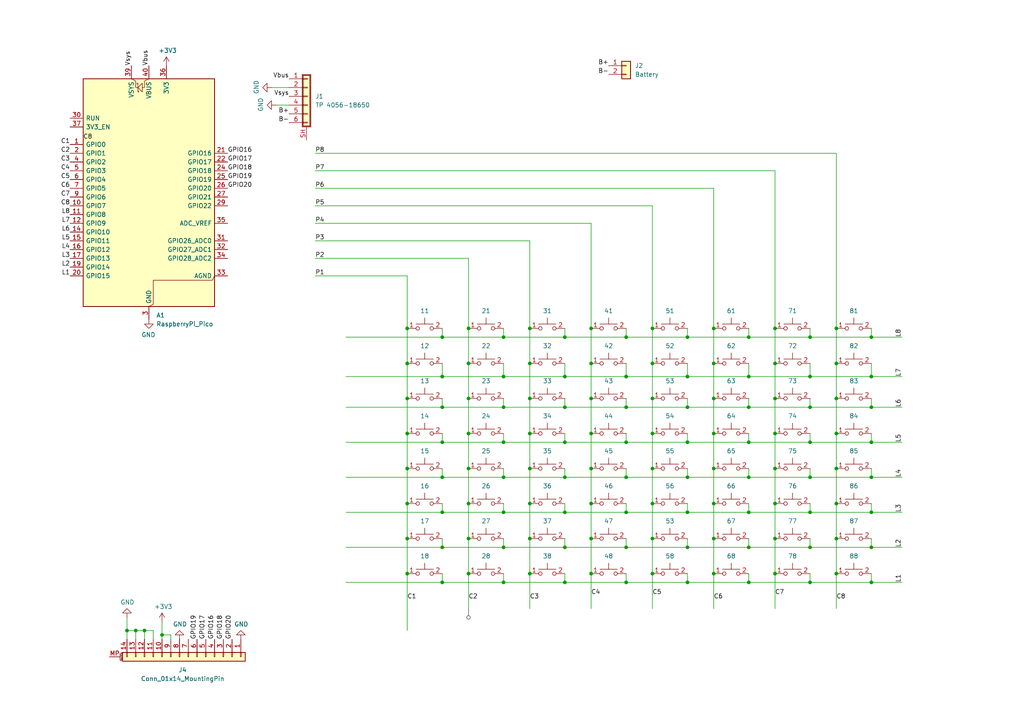
<source format=kicad_sch>
(kicad_sch (version 20250114) (generator "eeschema") (generator_version "9.0")
  (paper "A4")
  (lib_symbols
    (symbol "Connector_Generic:Conn_01x02" (pin_names (offset 1.016) (hide yes))
      (property "Reference" "J" (at 0 2.54 0))
      (property "Value" "Conn_01x02" (at 0 -5.08 0))
      (symbol "Conn_01x02_1_1"
        (pin passive line (at -5.08 0 0) (length 3.81) (name "Pin_1") (number "1"))
        (pin passive line (at -5.08 -2.54 0) (length 3.81) (name "Pin_2") (number "2"))
      )
    )
    (symbol "Connector_Generic_MountingPin:Conn_01x14_MountingPin" (pin_names (offset 1.016) (hide yes))
      (property "Reference" "J" (at 0 17.78 0))
      (property "Value" "Conn_01x14_MountingPin" (at 1.27 -20.32 0))
      (symbol "Conn_01x14_MountingPin_1_1"
        (text "Mounting" (at 0 -19.431 0) (effects (font (size 0.381 0.381))))
        (pin passive line (at -5.08 15.24 0) (length 3.81) (name "Pin_1") (number "1"))
        (pin passive line (at -5.08 12.7 0) (length 3.81) (name "Pin_2") (number "2"))
        (pin passive line (at -5.08 10.16 0) (length 3.81) (name "Pin_3") (number "3"))
        (pin passive line (at -5.08 7.62 0) (length 3.81) (name "Pin_4") (number "4"))
        (pin passive line (at -5.08 5.08 0) (length 3.81) (name "Pin_5") (number "5"))
        (pin passive line (at -5.08 2.54 0) (length 3.81) (name "Pin_6") (number "6"))
        (pin passive line (at -5.08 0 0) (length 3.81) (name "Pin_7") (number "7"))
        (pin passive line (at -5.08 -2.54 0) (length 3.81) (name "Pin_8") (number "8"))
        (pin passive line (at -5.08 -5.08 0) (length 3.81) (name "Pin_9") (number "9"))
        (pin passive line (at -5.08 -7.62 0) (length 3.81) (name "Pin_10") (number "10"))
        (pin passive line (at -5.08 -10.16 0) (length 3.81) (name "Pin_11") (number "11"))
        (pin passive line (at -5.08 -12.7 0) (length 3.81) (name "Pin_12") (number "12"))
        (pin passive line (at -5.08 -15.24 0) (length 3.81) (name "Pin_13") (number "13"))
        (pin passive line (at -5.08 -17.78 0) (length 3.81) (name "Pin_14") (number "14"))
        (pin passive line (at 0 -22.86 90) (length 3.048) (name "MountPin") (number "MP"))
      )
    )
    (symbol "Connector_Generic_Shielded:Conn_01x06_Shielded" (pin_names (offset 1.016) (hide yes))
      (property "Reference" "J" (at 0.254 7.366 0))
      (property "Value" "Conn_01x06_Shielded" (at 1.016 -9.906 0))
      (symbol "Conn_01x06_Shielded_1_1"
        (pin passive line (at -5.08 5.08 0) (length 4.064) (name "Pin_1") (number "1"))
        (pin passive line (at -5.08 2.54 0) (length 4.064) (name "Pin_2") (number "2"))
        (pin passive line (at -5.08 0 0) (length 4.064) (name "Pin_3") (number "3"))
        (pin passive line (at -5.08 -2.54 0) (length 4.064) (name "Pin_4") (number "4"))
        (pin passive line (at -5.08 -5.08 0) (length 4.064) (name "Pin_5") (number "5"))
        (pin passive line (at -5.08 -7.62 0) (length 4.064) (name "Pin_6") (number "6"))
        (pin passive line (at 0 -12.7 90) (length 3.81) (name "Shield") (number "SH"))
      )
    )
    (symbol "MCU_Module:RaspberryPi_Pico" (pin_names (offset 0.762))
      (property "Reference" "A" (at -19.05 35.56 0))
      (property "Value" "RaspberryPi_Pico" (at 7.62 35.56 0))
      (symbol "RaspberryPi_Pico_1_1"
        (pin passive line (at -22.86 22.86 0) (length 3.81) (name "RUN") (number "30"))
        (pin passive line (at -22.86 20.32 0) (length 3.81) (name "3V3_EN") (number "37"))
        (pin bidirectional line (at -22.86 15.24 0) (length 3.81) (name "GPIO0") (number "1"))
        (pin bidirectional line (at -22.86 12.7 0) (length 3.81) (name "GPIO1") (number "2"))
        (pin bidirectional line (at -22.86 10.16 0) (length 3.81) (name "GPIO2") (number "4"))
        (pin bidirectional line (at -22.86 7.62 0) (length 3.81) (name "GPIO3") (number "5"))
        (pin bidirectional line (at -22.86 5.08 0) (length 3.81) (name "GPIO4") (number "6"))
        (pin bidirectional line (at -22.86 2.54 0) (length 3.81) (name "GPIO5") (number "7"))
        (pin bidirectional line (at -22.86 0 0) (length 3.81) (name "GPIO6") (number "9"))
        (pin bidirectional line (at -22.86 -2.54 0) (length 3.81) (name "GPIO7") (number "10"))
        (pin bidirectional line (at -22.86 -5.08 0) (length 3.81) (name "GPIO8") (number "11"))
        (pin bidirectional line (at -22.86 -7.62 0) (length 3.81) (name "GPIO9") (number "12"))
        (pin bidirectional line (at -22.86 -10.16 0) (length 3.81) (name "GPIO10") (number "14"))
        (pin bidirectional line (at -22.86 -12.7 0) (length 3.81) (name "GPIO11") (number "15"))
        (pin bidirectional line (at -22.86 -15.24 0) (length 3.81) (name "GPIO12") (number "16"))
        (pin bidirectional line (at -22.86 -17.78 0) (length 3.81) (name "GPIO13") (number "17"))
        (pin bidirectional line (at -22.86 -20.32 0) (length 3.81) (name "GPIO14") (number "19"))
        (pin bidirectional line (at -22.86 -22.86 0) (length 3.81) (name "GPIO15") (number "20"))
        (pin power_in line (at -5.08 38.1 270) (length 3.81) (name "VSYS") (number "39"))
        (pin power_out line (at 0 38.1 270) (length 3.81) (name "VBUS") (number "40"))
        (pin passive line (at 0 -35.56 90) (length 3.81) (hide yes) (name "GND") (number "13"))
        (pin passive line (at 0 -35.56 90) (length 3.81) (hide yes) (name "GND") (number "18"))
        (pin passive line (at 0 -35.56 90) (length 3.81) (hide yes) (name "GND") (number "23"))
        (pin passive line (at 0 -35.56 90) (length 3.81) (hide yes) (name "GND") (number "28"))
        (pin power_out line (at 0 -35.56 90) (length 3.81) (name "GND") (number "3"))
        (pin passive line (at 0 -35.56 90) (length 3.81) (hide yes) (name "GND") (number "38"))
        (pin passive line (at 0 -35.56 90) (length 3.81) (hide yes) (name "GND") (number "8"))
        (pin power_out line (at 5.08 38.1 270) (length 3.81) (name "3V3") (number "36"))
        (pin bidirectional line (at 22.86 12.7 180) (length 3.81) (name "GPIO16") (number "21"))
        (pin bidirectional line (at 22.86 10.16 180) (length 3.81) (name "GPIO17") (number "22"))
        (pin bidirectional line (at 22.86 7.62 180) (length 3.81) (name "GPIO18") (number "24"))
        (pin bidirectional line (at 22.86 5.08 180) (length 3.81) (name "GPIO19") (number "25"))
        (pin bidirectional line (at 22.86 2.54 180) (length 3.81) (name "GPIO20") (number "26"))
        (pin bidirectional line (at 22.86 0 180) (length 3.81) (name "GPIO21") (number "27"))
        (pin bidirectional line (at 22.86 -2.54 180) (length 3.81) (name "GPIO22") (number "29"))
        (pin power_in line (at 22.86 -7.62 180) (length 3.81) (name "ADC_VREF") (number "35"))
        (pin bidirectional line (at 22.86 -12.7 180) (length 3.81) (name "GPIO26_ADC0") (number "31"))
        (pin bidirectional line (at 22.86 -15.24 180) (length 3.81) (name "GPIO27_ADC1") (number "32"))
        (pin bidirectional line (at 22.86 -17.78 180) (length 3.81) (name "GPIO28_ADC2") (number "34"))
        (pin power_out line (at 22.86 -22.86 180) (length 3.81) (name "AGND") (number "33"))
      )
    )
    (symbol "Switch:SW_Push_Dual_x2" (pin_names (offset 1.016) (hide yes))
      (property "Reference" "SW" (at 1.27 2.54 0))
      (property "Value" "SW_Push_Dual_x2" (at 0 -1.524 0))
      (symbol "SW_Push_Dual_x2_1_1"
        (pin passive line (at -5.08 0 0) (length 2.54) (name "C") (number "1"))
        (pin passive line (at 5.08 0 180) (length 2.54) (name "D") (number "2"))
      )
      (symbol "SW_Push_Dual_x2_2_1"
        (pin passive line (at -5.08 0 0) (length 2.54) (name "C") (number "3"))
        (pin passive line (at 5.08 0 180) (length 2.54) (name "D") (number "4"))
      )
    )
    (symbol "power:+3V3" (power) (pin_names (offset 0))
      (property "Value" "+3V3" (at 0 3.556 0))
      (symbol "+3V3_1_1"
        (pin power_in line (at 0 0 90) (length 0) (hide yes) (name "+3V3") (number "1"))
      )
    )
    (symbol "power:GND" (power) (pin_names (offset 0))
      (property "Value" "GND" (at 0 -3.81 0))
      (symbol "GND_1_1"
        (pin power_in line (at 0 0 270) (length 0) (hide yes) (name "GND") (number "1"))
      )
    )
  )
  (junction (at 118.11 105.41))
  (junction (at 118.11 135.89))
  (junction (at 181.61 158.75))
  (junction (at 135.89 125.73))
  (junction (at 189.23 146.05))
  (junction (at 207.01 115.57))
  (junction (at 252.73 128.27))
  (junction (at 153.67 135.89))
  (junction (at 128.27 138.43))
  (junction (at 128.27 158.75))
  (junction (at 146.05 138.43))
  (junction (at 171.45 95.25))
  (junction (at 118.11 146.05))
  (junction (at 128.27 128.27))
  (junction (at 46.99 184.15))
  (junction (at 224.79 135.89))
  (junction (at 153.67 156.21))
  (junction (at 171.45 115.57))
  (junction (at 217.17 158.75))
  (junction (at 146.05 109.22))
  (junction (at 181.61 109.22))
  (junction (at 224.79 105.41))
  (junction (at 181.61 128.27))
  (junction (at 153.67 146.05))
  (junction (at 135.89 95.25))
  (junction (at 199.39 128.27))
  (junction (at 135.89 135.89))
  (junction (at 189.23 156.21))
  (junction (at 217.17 109.22))
  (junction (at 217.17 138.43))
  (junction (at 234.95 118.11))
  (junction (at 153.67 95.25))
  (junction (at 146.05 128.27))
  (junction (at 39.37 182.88))
  (junction (at 153.67 105.41))
  (junction (at 242.57 166.37))
  (junction (at 171.45 166.37))
  (junction (at 199.39 109.22))
  (junction (at 217.17 118.11))
  (junction (at 242.57 156.21))
  (junction (at 234.95 168.91))
  (junction (at 135.89 156.21))
  (junction (at 207.01 146.05))
  (junction (at 199.39 148.59))
  (junction (at 207.01 166.37))
  (junction (at 207.01 125.73))
  (junction (at 189.23 125.73))
  (junction (at 242.57 95.25))
  (junction (at 146.05 158.75))
  (junction (at 146.05 168.91))
  (junction (at 189.23 95.25))
  (junction (at 189.23 115.57))
  (junction (at 181.61 118.11))
  (junction (at 41.91 182.88))
  (junction (at 163.83 168.91))
  (junction (at 118.11 156.21))
  (junction (at 118.11 115.57))
  (junction (at 181.61 148.59))
  (junction (at 224.79 95.25))
  (junction (at 163.83 158.75))
  (junction (at 153.67 125.73))
  (junction (at 242.57 125.73))
  (junction (at 128.27 118.11))
  (junction (at 128.27 148.59))
  (junction (at 199.39 158.75))
  (junction (at 128.27 168.91))
  (junction (at 234.95 128.27))
  (junction (at 171.45 146.05))
  (junction (at 242.57 146.05))
  (junction (at 252.73 138.43))
  (junction (at 252.73 118.11))
  (junction (at 135.89 166.37))
  (junction (at 207.01 156.21))
  (junction (at 135.89 115.57))
  (junction (at 128.27 109.22))
  (junction (at 118.11 166.37))
  (junction (at 171.45 125.73))
  (junction (at 199.39 118.11))
  (junction (at 135.89 105.41))
  (junction (at 146.05 97.79))
  (junction (at 199.39 97.79))
  (junction (at 118.11 95.25))
  (junction (at 252.73 168.91))
  (junction (at 163.83 118.11))
  (junction (at 207.01 135.89))
  (junction (at 181.61 97.79))
  (junction (at 252.73 109.22))
  (junction (at 189.23 105.41))
  (junction (at 163.83 128.27))
  (junction (at 146.05 148.59))
  (junction (at 224.79 125.73))
  (junction (at 181.61 138.43))
  (junction (at 163.83 148.59))
  (junction (at 234.95 158.75))
  (junction (at 199.39 168.91))
  (junction (at 217.17 148.59))
  (junction (at 181.61 168.91))
  (junction (at 199.39 138.43))
  (junction (at 128.27 97.79))
  (junction (at 189.23 166.37))
  (junction (at 171.45 105.41))
  (junction (at 207.01 95.25))
  (junction (at 36.83 182.88))
  (junction (at 217.17 128.27))
  (junction (at 163.83 97.79))
  (junction (at 171.45 156.21))
  (junction (at 224.79 166.37))
  (junction (at 153.67 166.37))
  (junction (at 224.79 146.05))
  (junction (at 252.73 158.75))
  (junction (at 189.23 135.89))
  (junction (at 153.67 115.57))
  (junction (at 252.73 148.59))
  (junction (at 146.05 118.11))
  (junction (at 234.95 148.59))
  (junction (at 217.17 97.79))
  (junction (at 234.95 109.22))
  (junction (at 171.45 135.89))
  (junction (at 135.89 146.05))
  (junction (at 118.11 125.73))
  (junction (at 234.95 97.79))
  (junction (at 207.01 105.41))
  (junction (at 163.83 109.22))
  (junction (at 252.73 97.79))
  (junction (at 163.83 138.43))
  (junction (at 242.57 105.41))
  (junction (at 224.79 115.57))
  (junction (at 224.79 156.21))
  (junction (at 234.95 138.43))
  (junction (at 242.57 115.57))
  (junction (at 242.57 135.89))
  (junction (at 217.17 168.91))
  (wire (pts (xy 163.83 148.59) (xy 181.61 148.59)))
  (wire (pts (xy 128.27 97.79) (xy 146.05 97.79)))
  (wire (pts (xy 128.27 168.91) (xy 146.05 168.91)))
  (wire (pts (xy 199.39 138.43) (xy 217.17 138.43)))
  (wire (pts (xy 199.39 109.22) (xy 217.17 109.22)))
  (wire (pts (xy 242.57 146.05) (xy 242.57 156.21)))
  (wire (pts (xy 252.73 115.57) (xy 252.73 118.11)))
  (wire (pts (xy 224.79 166.37) (xy 224.79 156.21)))
  (wire (pts (xy 171.45 64.77) (xy 171.45 95.25)))
  (wire (pts (xy 146.05 95.25) (xy 146.05 97.79)))
  (wire (pts (xy 207.01 156.21) (xy 207.01 146.05)))
  (wire (pts (xy 242.57 105.41) (xy 242.57 115.57)))
  (wire (pts (xy 100.33 138.43) (xy 128.27 138.43)))
  (wire (pts (xy 128.27 166.37) (xy 128.27 168.91)))
  (wire (pts (xy 128.27 95.25) (xy 128.27 97.79)))
  (wire (pts (xy 234.95 128.27) (xy 252.73 128.27)))
  (wire (pts (xy 100.33 158.75) (xy 128.27 158.75)))
  (wire (pts (xy 217.17 158.75) (xy 234.95 158.75)))
  (wire (pts (xy 252.73 156.21) (xy 252.73 158.75)))
  (wire (pts (xy 199.39 168.91) (xy 217.17 168.91)))
  (wire (pts (xy 118.11 135.89) (xy 118.11 146.05)))
  (wire (pts (xy 128.27 148.59) (xy 146.05 148.59)))
  (wire (pts (xy 217.17 105.41) (xy 217.17 109.22)))
  (wire (pts (xy 217.17 148.59) (xy 234.95 148.59)))
  (wire (pts (xy 217.17 95.25) (xy 217.17 97.79)))
  (wire (pts (xy 242.57 44.45) (xy 242.57 95.25)))
  (wire (pts (xy 181.61 135.89) (xy 181.61 138.43)))
  (wire (pts (xy 252.73 125.73) (xy 252.73 128.27)))
  (wire (pts (xy 91.44 64.77) (xy 171.45 64.77)))
  (wire (pts (xy 181.61 168.91) (xy 199.39 168.91)))
  (wire (pts (xy 207.01 115.57) (xy 207.01 105.41)))
  (wire (pts (xy 199.39 146.05) (xy 199.39 148.59)))
  (wire (pts (xy 217.17 109.22) (xy 234.95 109.22)))
  (wire (pts (xy 146.05 158.75) (xy 163.83 158.75)))
  (wire (pts (xy 91.44 54.61) (xy 207.01 54.61)))
  (wire (pts (xy 80.01 30.48) (xy 83.82 30.48)))
  (wire (pts (xy 163.83 128.27) (xy 181.61 128.27)))
  (wire (pts (xy 217.17 138.43) (xy 234.95 138.43)))
  (wire (pts (xy 135.89 115.57) (xy 135.89 125.73)))
  (wire (pts (xy 128.27 109.22) (xy 146.05 109.22)))
  (wire (pts (xy 181.61 148.59) (xy 199.39 148.59)))
  (wire (pts (xy 135.89 95.25) (xy 135.89 105.41)))
  (wire (pts (xy 118.11 166.37) (xy 118.11 182.88)))
  (wire (pts (xy 207.01 95.25) (xy 207.01 54.61)))
  (wire (pts (xy 153.67 69.85) (xy 153.67 95.25)))
  (wire (pts (xy 252.73 109.22) (xy 261.62 109.22)))
  (wire (pts (xy 153.67 105.41) (xy 153.67 115.57)))
  (wire (pts (xy 146.05 115.57) (xy 146.05 118.11)))
  (wire (pts (xy 153.67 135.89) (xy 153.67 146.05)))
  (wire (pts (xy 135.89 135.89) (xy 135.89 146.05)))
  (wire (pts (xy 234.95 138.43) (xy 252.73 138.43)))
  (wire (pts (xy 242.57 156.21) (xy 242.57 166.37)))
  (wire (pts (xy 118.11 125.73) (xy 118.11 135.89)))
  (wire (pts (xy 207.01 166.37) (xy 207.01 176.53)))
  (wire (pts (xy 181.61 156.21) (xy 181.61 158.75)))
  (wire (pts (xy 171.45 166.37) (xy 171.45 176.53)))
  (wire (pts (xy 207.01 166.37) (xy 207.01 156.21)))
  (wire (pts (xy 189.23 156.21) (xy 189.23 166.37)))
  (wire (pts (xy 135.89 156.21) (xy 135.89 166.37)))
  (wire (pts (xy 163.83 146.05) (xy 163.83 148.59)))
  (wire (pts (xy 153.67 95.25) (xy 153.67 105.41)))
  (wire (pts (xy 128.27 138.43) (xy 146.05 138.43)))
  (wire (pts (xy 199.39 125.73) (xy 199.39 128.27)))
  (wire (pts (xy 199.39 128.27) (xy 217.17 128.27)))
  (wire (pts (xy 100.33 168.91) (xy 128.27 168.91)))
  (wire (pts (xy 181.61 125.73) (xy 181.61 128.27)))
  (wire (pts (xy 41.91 182.88) (xy 44.45 182.88)))
  (wire (pts (xy 128.27 135.89) (xy 128.27 138.43)))
  (wire (pts (xy 189.23 146.05) (xy 189.23 156.21)))
  (wire (pts (xy 181.61 97.79) (xy 199.39 97.79)))
  (wire (pts (xy 234.95 97.79) (xy 252.73 97.79)))
  (wire (pts (xy 39.37 182.88) (xy 41.91 182.88)))
  (wire (pts (xy 135.89 105.41) (xy 135.89 115.57)))
  (wire (pts (xy 46.99 180.34) (xy 46.99 184.15)))
  (wire (pts (xy 163.83 168.91) (xy 181.61 168.91)))
  (wire (pts (xy 146.05 118.11) (xy 163.83 118.11)))
  (wire (pts (xy 128.27 115.57) (xy 128.27 118.11)))
  (wire (pts (xy 199.39 95.25) (xy 199.39 97.79)))
  (wire (pts (xy 252.73 118.11) (xy 261.62 118.11)))
  (wire (pts (xy 181.61 138.43) (xy 199.39 138.43)))
  (wire (pts (xy 252.73 168.91) (xy 261.62 168.91)))
  (wire (pts (xy 224.79 115.57) (xy 224.79 105.41)))
  (wire (pts (xy 217.17 125.73) (xy 217.17 128.27)))
  (wire (pts (xy 163.83 105.41) (xy 163.83 109.22)))
  (wire (pts (xy 171.45 156.21) (xy 171.45 166.37)))
  (wire (pts (xy 242.57 125.73) (xy 242.57 135.89)))
  (wire (pts (xy 252.73 95.25) (xy 252.73 97.79)))
  (wire (pts (xy 78.74 25.4) (xy 83.82 25.4)))
  (wire (pts (xy 118.11 115.57) (xy 118.11 125.73)))
  (wire (pts (xy 242.57 166.37) (xy 242.57 176.53)))
  (wire (pts (xy 181.61 146.05) (xy 181.61 148.59)))
  (wire (pts (xy 217.17 168.91) (xy 234.95 168.91)))
  (wire (pts (xy 128.27 118.11) (xy 146.05 118.11)))
  (wire (pts (xy 146.05 166.37) (xy 146.05 168.91)))
  (wire (pts (xy 100.33 118.11) (xy 128.27 118.11)))
  (wire (pts (xy 224.79 105.41) (xy 224.79 95.25)))
  (wire (pts (xy 207.01 135.89) (xy 207.01 125.73)))
  (wire (pts (xy 118.11 156.21) (xy 118.11 166.37)))
  (wire (pts (xy 146.05 128.27) (xy 163.83 128.27)))
  (wire (pts (xy 100.33 148.59) (xy 128.27 148.59)))
  (wire (pts (xy 199.39 115.57) (xy 199.39 118.11)))
  (wire (pts (xy 252.73 97.79) (xy 261.62 97.79)))
  (wire (pts (xy 252.73 158.75) (xy 261.62 158.75)))
  (wire (pts (xy 217.17 156.21) (xy 217.17 158.75)))
  (wire (pts (xy 49.53 185.42) (xy 49.53 184.15)))
  (wire (pts (xy 181.61 118.11) (xy 199.39 118.11)))
  (wire (pts (xy 207.01 146.05) (xy 207.01 135.89)))
  (wire (pts (xy 207.01 105.41) (xy 207.01 95.25)))
  (wire (pts (xy 234.95 158.75) (xy 252.73 158.75)))
  (wire (pts (xy 128.27 105.41) (xy 128.27 109.22)))
  (wire (pts (xy 252.73 105.41) (xy 252.73 109.22)))
  (wire (pts (xy 163.83 95.25) (xy 163.83 97.79)))
  (wire (pts (xy 163.83 118.11) (xy 181.61 118.11)))
  (wire (pts (xy 217.17 97.79) (xy 234.95 97.79)))
  (wire (pts (xy 41.91 185.42) (xy 41.91 182.88)))
  (wire (pts (xy 171.45 115.57) (xy 171.45 125.73)))
  (wire (pts (xy 199.39 156.21) (xy 199.39 158.75)))
  (wire (pts (xy 252.73 166.37) (xy 252.73 168.91)))
  (wire (pts (xy 181.61 115.57) (xy 181.61 118.11)))
  (wire (pts (xy 224.79 156.21) (xy 224.79 146.05)))
  (wire (pts (xy 171.45 146.05) (xy 171.45 156.21)))
  (wire (pts (xy 252.73 138.43) (xy 261.62 138.43)))
  (wire (pts (xy 171.45 135.89) (xy 171.45 146.05)))
  (wire (pts (xy 100.33 97.79) (xy 128.27 97.79)))
  (wire (pts (xy 181.61 166.37) (xy 181.61 168.91)))
  (wire (pts (xy 224.79 176.53) (xy 224.79 166.37)))
  (wire (pts (xy 163.83 109.22) (xy 181.61 109.22)))
  (wire (pts (xy 39.37 185.42) (xy 39.37 182.88)))
  (wire (pts (xy 163.83 156.21) (xy 163.83 158.75)))
  (wire (pts (xy 135.89 125.73) (xy 135.89 135.89)))
  (wire (pts (xy 171.45 105.41) (xy 171.45 115.57)))
  (wire (pts (xy 153.67 166.37) (xy 153.67 176.53)))
  (wire (pts (xy 181.61 128.27) (xy 199.39 128.27)))
  (wire (pts (xy 146.05 105.41) (xy 146.05 109.22)))
  (wire (pts (xy 128.27 156.21) (xy 128.27 158.75)))
  (wire (pts (xy 153.67 146.05) (xy 153.67 156.21)))
  (wire (pts (xy 146.05 109.22) (xy 163.83 109.22)))
  (wire (pts (xy 163.83 97.79) (xy 181.61 97.79)))
  (wire (pts (xy 242.57 135.89) (xy 242.57 146.05)))
  (wire (pts (xy 181.61 95.25) (xy 181.61 97.79)))
  (wire (pts (xy 234.95 156.21) (xy 234.95 158.75)))
  (wire (pts (xy 91.44 59.69) (xy 189.23 59.69)))
  (wire (pts (xy 128.27 146.05) (xy 128.27 148.59)))
  (wire (pts (xy 234.95 148.59) (xy 252.73 148.59)))
  (wire (pts (xy 146.05 156.21) (xy 146.05 158.75)))
  (wire (pts (xy 234.95 118.11) (xy 252.73 118.11)))
  (wire (pts (xy 189.23 115.57) (xy 189.23 125.73)))
  (wire (pts (xy 91.44 69.85) (xy 153.67 69.85)))
  (wire (pts (xy 181.61 109.22) (xy 199.39 109.22)))
  (wire (pts (xy 153.67 115.57) (xy 153.67 125.73)))
  (wire (pts (xy 234.95 166.37) (xy 234.95 168.91)))
  (wire (pts (xy 163.83 166.37) (xy 163.83 168.91)))
  (wire (pts (xy 252.73 128.27) (xy 261.62 128.27)))
  (wire (pts (xy 189.23 135.89) (xy 189.23 146.05)))
  (wire (pts (xy 199.39 118.11) (xy 217.17 118.11)))
  (wire (pts (xy 189.23 59.69) (xy 189.23 95.25)))
  (wire (pts (xy 91.44 74.93) (xy 135.89 74.93)))
  (wire (pts (xy 234.95 109.22) (xy 252.73 109.22)))
  (wire (pts (xy 44.45 185.42) (xy 44.45 182.88)))
  (wire (pts (xy 36.83 179.07) (xy 36.83 182.88)))
  (wire (pts (xy 224.79 146.05) (xy 224.79 135.89)))
  (wire (pts (xy 252.73 135.89) (xy 252.73 138.43)))
  (wire (pts (xy 146.05 138.43) (xy 163.83 138.43)))
  (wire (pts (xy 207.01 125.73) (xy 207.01 115.57)))
  (wire (pts (xy 171.45 125.73) (xy 171.45 135.89)))
  (wire (pts (xy 181.61 105.41) (xy 181.61 109.22)))
  (wire (pts (xy 181.61 158.75) (xy 199.39 158.75)))
  (wire (pts (xy 199.39 135.89) (xy 199.39 138.43)))
  (wire (pts (xy 199.39 158.75) (xy 217.17 158.75)))
  (wire (pts (xy 128.27 128.27) (xy 146.05 128.27)))
  (wire (pts (xy 36.83 182.88) (xy 36.83 185.42)))
  (wire (pts (xy 135.89 74.93) (xy 135.89 95.25)))
  (wire (pts (xy 171.45 95.25) (xy 171.45 105.41)))
  (wire (pts (xy 199.39 97.79) (xy 217.17 97.79)))
  (wire (pts (xy 118.11 95.25) (xy 118.11 105.41)))
  (wire (pts (xy 163.83 135.89) (xy 163.83 138.43)))
  (wire (pts (xy 128.27 125.73) (xy 128.27 128.27)))
  (wire (pts (xy 199.39 148.59) (xy 217.17 148.59)))
  (wire (pts (xy 234.95 95.25) (xy 234.95 97.79)))
  (wire (pts (xy 146.05 97.79) (xy 163.83 97.79)))
  (wire (pts (xy 224.79 95.25) (xy 224.79 49.53)))
  (wire (pts (xy 46.99 184.15) (xy 46.99 185.42)))
  (wire (pts (xy 217.17 135.89) (xy 217.17 138.43)))
  (wire (pts (xy 153.67 125.73) (xy 153.67 135.89)))
  (wire (pts (xy 146.05 135.89) (xy 146.05 138.43)))
  (wire (pts (xy 163.83 138.43) (xy 181.61 138.43)))
  (wire (pts (xy 234.95 168.91) (xy 252.73 168.91)))
  (wire (pts (xy 118.11 80.01) (xy 118.11 95.25)))
  (wire (pts (xy 234.95 115.57) (xy 234.95 118.11)))
  (wire (pts (xy 199.39 166.37) (xy 199.39 168.91)))
  (wire (pts (xy 189.23 125.73) (xy 189.23 135.89)))
  (wire (pts (xy 189.23 166.37) (xy 189.23 176.53)))
  (wire (pts (xy 234.95 125.73) (xy 234.95 128.27)))
  (wire (pts (xy 135.89 166.37) (xy 135.89 176.53)))
  (wire (pts (xy 163.83 125.73) (xy 163.83 128.27)))
  (wire (pts (xy 234.95 135.89) (xy 234.95 138.43)))
  (wire (pts (xy 100.33 128.27) (xy 128.27 128.27)))
  (wire (pts (xy 39.37 182.88) (xy 36.83 182.88)))
  (wire (pts (xy 217.17 118.11) (xy 234.95 118.11)))
  (wire (pts (xy 118.11 146.05) (xy 118.11 156.21)))
  (wire (pts (xy 217.17 128.27) (xy 234.95 128.27)))
  (wire (pts (xy 224.79 125.73) (xy 224.79 115.57)))
  (wire (pts (xy 146.05 146.05) (xy 146.05 148.59)))
  (wire (pts (xy 146.05 148.59) (xy 163.83 148.59)))
  (wire (pts (xy 217.17 115.57) (xy 217.17 118.11)))
  (wire (pts (xy 242.57 115.57) (xy 242.57 125.73)))
  (wire (pts (xy 163.83 115.57) (xy 163.83 118.11)))
  (wire (pts (xy 146.05 168.91) (xy 163.83 168.91)))
  (wire (pts (xy 234.95 146.05) (xy 234.95 148.59)))
  (wire (pts (xy 189.23 95.25) (xy 189.23 105.41)))
  (wire (pts (xy 128.27 158.75) (xy 146.05 158.75)))
  (wire (pts (xy 146.05 125.73) (xy 146.05 128.27)))
  (wire (pts (xy 91.44 44.45) (xy 242.57 44.45)))
  (wire (pts (xy 234.95 105.41) (xy 234.95 109.22)))
  (wire (pts (xy 217.17 146.05) (xy 217.17 148.59)))
  (wire (pts (xy 153.67 156.21) (xy 153.67 166.37)))
  (wire (pts (xy 91.44 80.01) (xy 118.11 80.01)))
  (wire (pts (xy 135.89 146.05) (xy 135.89 156.21)))
  (wire (pts (xy 199.39 105.41) (xy 199.39 109.22)))
  (wire (pts (xy 252.73 148.59) (xy 261.62 148.59)))
  (wire (pts (xy 163.83 158.75) (xy 181.61 158.75)))
  (wire (pts (xy 100.33 109.22) (xy 128.27 109.22)))
  (wire (pts (xy 91.44 49.53) (xy 224.79 49.53)))
  (wire (pts (xy 217.17 166.37) (xy 217.17 168.91)))
  (wire (pts (xy 242.57 95.25) (xy 242.57 105.41)))
  (wire (pts (xy 118.11 105.41) (xy 118.11 115.57)))
  (wire (pts (xy 224.79 135.89) (xy 224.79 125.73)))
  (wire (pts (xy 189.23 105.41) (xy 189.23 115.57)))
  (wire (pts (xy 252.73 146.05) (xy 252.73 148.59)))
  (wire (pts (xy 49.53 184.15) (xy 46.99 184.15)))
  (label "B-" (at 176.53 21.59 180))
  (label "P5" (at 91.44 59.69 0))
  (label "GPIO19" (at 57.15 185.42 90))
  (label "L5" (at 20.32 69.85 180))
  (label "C4" (at 171.45 172.72 0))
  (label "GPIO19" (at 66.04 52.07 0))
  (label "C8" (at 24.13 40.64 0))
  (label "C8" (at 242.57 173.99 0))
  (label "C2" (at 135.89 173.99 0))
  (label "P6" (at 91.44 54.61 0))
  (label "L7" (at 20.32 64.77 180))
  (label "P2" (at 91.44 74.93 0))
  (label "L4" (at 261.62 138.43 90))
  (label "L5" (at 261.62 128.27 90))
  (label "L7" (at 261.62 109.22 90))
  (label "P1" (at 91.44 80.01 0))
  (label "C8" (at 20.32 59.69 180))
  (label "C5" (at 189.23 172.72 0))
  (label "C5" (at 20.32 52.07 180))
  (label "Vbus" (at 83.82 22.86 180))
  (label "C3" (at 153.67 173.99 0))
  (label "L3" (at 261.62 148.59 90))
  (label "C2" (at 20.32 44.45 180))
  (label "C6" (at 207.01 173.99 0))
  (label "L1" (at 20.32 80.01 180))
  (label "L8" (at 261.62 97.79 90))
  (label "L4" (at 20.32 72.39 180))
  (label "P3" (at 91.44 69.85 0))
  (label "L8" (at 20.32 62.23 180))
  (label "C1" (at 118.11 173.99 0))
  (label "Vsys" (at 83.82 27.94 180))
  (label "B+" (at 83.82 33.02 180))
  (label "L6" (at 261.62 118.11 90))
  (label "C4" (at 20.32 49.53 180))
  (label "C7" (at 224.79 172.72 0))
  (label "P8" (at 91.44 44.45 0))
  (label "GPIO18" (at 66.04 49.53 0))
  (label "L1" (at 261.62 168.91 90))
  (label "GPIO17" (at 66.04 46.99 0))
  (label "GPIO18" (at 64.77 185.42 90))
  (label "B+" (at 176.53 19.05 180))
  (label "P7" (at 91.44 49.53 0))
  (label "C3" (at 20.32 46.99 180))
  (label "B-" (at 83.82 35.56 180))
  (label "GPIO17" (at 59.69 185.42 90))
  (label "C1" (at 20.32 41.91 180))
  (label "Vsys" (at 38.1 19.05 90))
  (label "GPIO20" (at 67.31 185.42 90))
  (label "Vbus" (at 43.18 19.05 90))
  (label "L2" (at 20.32 77.47 180))
  (label "C7" (at 20.32 57.15 180))
  (label "GPIO20" (at 66.04 54.61 0))
  (label "L3" (at 20.32 74.93 180))
  (label "L2" (at 261.62 158.75 90))
  (label "GPIO16" (at 62.23 185.42 90))
  (label "L6" (at 20.32 67.31 180))
  (label "C6" (at 20.32 54.61 180))
  (label "P4" (at 91.44 64.77 0))
  (label "GPIO16" (at 66.04 44.45 0))
  (netclass_flag "" (length 2.54) (shape round) (at 135.89 176.53 180) (property "Netclass" "C2" (effects (hide yes))))
  (symbol (lib_id "Switch:SW_Push_Dual_x2") (at 212.09 146.05 0) (unit 1)
    (property "Reference" "SW46" (effects (hide yes)))
    (property "Value" "66" (at 212.09 140.97 0))
    (property "Footprint" "Button_Switch_THT:SW_PUSH_6mm" (effects (hide yes)))
    (property "Description" "Push button switch, generic, separate symbols, four pins" (effects (hide yes)))
    (property "SLC" " C83206 " (effects (hide yes)))
  )
  (symbol (lib_id "Switch:SW_Push_Dual_x2") (at 123.19 95.25 0) (unit 1)
    (property "Reference" "SW1" (effects (hide yes)))
    (property "Value" "11" (at 123.19 90.17 0))
    (property "Footprint" "Button_Switch_THT:SW_PUSH_6mm" (effects (hide yes)))
    (property "Description" "Push button switch, generic, separate symbols, four pins" (effects (hide yes)))
    (property "SLC" "C83206 " (effects (hide yes)))
  )
  (symbol (lib_id "Switch:SW_Push_Dual_x2") (at 123.19 166.37 0) (unit 1)
    (property "Reference" "SW8" (effects (hide yes)))
    (property "Value" "18" (at 123.19 161.29 0))
    (property "Footprint" "Button_Switch_THT:SW_PUSH_6mm" (effects (hide yes)))
    (property "Description" "Push button switch, generic, separate symbols, four pins" (effects (hide yes)))
    (property "SLC" "C83206 " (effects (hide yes)))
  )
  (symbol (lib_id "Switch:SW_Push_Dual_x2") (at 176.53 156.21 0) (unit 1)
    (property "Reference" "SW31" (effects (hide yes)))
    (property "Value" "47" (at 176.53 151.13 0))
    (property "Footprint" "Button_Switch_THT:SW_PUSH_6mm" (effects (hide yes)))
    (property "Description" "Push button switch, generic, separate symbols, four pins" (effects (hide yes)))
    (property "SLC" " C83206 " (effects (hide yes)))
  )
  (symbol (lib_id "Switch:SW_Push_Dual_x2") (at 247.65 146.05 0) (unit 1)
    (property "Reference" "SW62" (effects (hide yes)))
    (property "Value" "86" (at 247.65 140.97 0))
    (property "Footprint" "Button_Switch_THT:SW_PUSH_6mm" (effects (hide yes)))
    (property "Description" "Push button switch, generic, separate symbols, four pins" (effects (hide yes)))
    (property "SLC" " C83206 " (effects (hide yes)))
  )
  (symbol (lib_id "Switch:SW_Push_Dual_x2") (at 229.87 95.25 0) (unit 1)
    (property "Reference" "SW49" (effects (hide yes)))
    (property "Value" "71" (at 229.87 90.17 0))
    (property "Footprint" "Button_Switch_THT:SW_PUSH_6mm" (effects (hide yes)))
    (property "Description" "Push button switch, generic, separate symbols, four pins" (effects (hide yes)))
    (property "SLC" " C83206 " (effects (hide yes)))
  )
  (symbol (lib_id "Switch:SW_Push_Dual_x2") (at 194.31 115.57 0) (unit 1)
    (property "Reference" "SW35" (effects (hide yes)))
    (property "Value" "53" (at 194.31 110.49 0))
    (property "Footprint" "Button_Switch_THT:SW_PUSH_6mm" (effects (hide yes)))
    (property "Description" "Push button switch, generic, separate symbols, four pins" (effects (hide yes)))
    (property "SLC" " C83206 " (effects (hide yes)))
  )
  (symbol (lib_id "power:GND") (at 52.07 185.42 0) (mirror x) (unit 1)
    (property "Reference" "#PWR06" (effects (hide yes)))
    (property "Value" "GND" (at 52.197 181.0258 0))
  )
  (symbol (lib_id "Switch:SW_Push_Dual_x2") (at 212.09 115.57 0) (unit 1)
    (property "Reference" "SW43" (effects (hide yes)))
    (property "Value" "63" (at 212.09 110.49 0))
    (property "Footprint" "Button_Switch_THT:SW_PUSH_6mm" (effects (hide yes)))
    (property "Description" "Push button switch, generic, separate symbols, four pins" (effects (hide yes)))
    (property "SLC" " C83206 " (effects (hide yes)))
  )
  (symbol (lib_id "Switch:SW_Push_Dual_x2") (at 194.31 166.37 0) (unit 1)
    (property "Reference" "SW40" (effects (hide yes)))
    (property "Value" "58" (at 194.31 161.29 0))
    (property "Footprint" "Button_Switch_THT:SW_PUSH_6mm" (effects (hide yes)))
    (property "Description" "Push button switch, generic, separate symbols, four pins" (effects (hide yes)))
    (property "SLC" " C83206 " (effects (hide yes)))
  )
  (symbol (lib_id "Switch:SW_Push_Dual_x2") (at 247.65 105.41 0) (unit 1)
    (property "Reference" "SW58" (effects (hide yes)))
    (property "Value" "82" (at 247.65 100.33 0))
    (property "Footprint" "Button_Switch_THT:SW_PUSH_6mm" (effects (hide yes)))
    (property "Description" "Push button switch, generic, separate symbols, four pins" (effects (hide yes)))
    (property "SLC" " C83206 " (effects (hide yes)))
  )
  (symbol (lib_id "Switch:SW_Push_Dual_x2") (at 140.97 105.41 0) (unit 1)
    (property "Reference" "SW10" (effects (hide yes)))
    (property "Value" "22" (at 140.97 100.33 0))
    (property "Footprint" "Button_Switch_THT:SW_PUSH_6mm" (effects (hide yes)))
    (property "Description" "Push button switch, generic, separate symbols, four pins" (effects (hide yes)))
    (property "SLC" " C83206 " (effects (hide yes)))
  )
  (symbol (lib_id "Switch:SW_Push_Dual_x2") (at 229.87 115.57 0) (unit 1)
    (property "Reference" "SW51" (effects (hide yes)))
    (property "Value" "73" (at 229.87 110.49 0))
    (property "Footprint" "Button_Switch_THT:SW_PUSH_6mm" (effects (hide yes)))
    (property "Description" "Push button switch, generic, separate symbols, four pins" (effects (hide yes)))
    (property "SLC" " C83206 " (effects (hide yes)))
  )
  (symbol (lib_id "Switch:SW_Push_Dual_x2") (at 229.87 156.21 0) (unit 1)
    (property "Reference" "SW55" (effects (hide yes)))
    (property "Value" "77" (at 229.87 151.13 0))
    (property "Footprint" "Button_Switch_THT:SW_PUSH_6mm" (effects (hide yes)))
    (property "Description" "Push button switch, generic, separate symbols, four pins" (effects (hide yes)))
    (property "SLC" " C83206 " (effects (hide yes)))
  )
  (symbol (lib_id "Connector_Generic_Shielded:Conn_01x06_Shielded") (at 88.9 27.94 0) (unit 1)
    (property "Reference" "J1" (at 91.44 27.9399 0) (effects (justify left)))
    (property "Value" "TP 4056-18650" (at 91.44 30.4799 0) (effects (justify left)))
    (property "Footprint" "Library:TP4056-18650" (effects (hide yes)))
    (property "Description" "Generic shielded connector, single row, 01x06, script generated (kicad-library-utils/schlib/autogen/connector/)" (effects (hide yes)))
  )
  (symbol (lib_id "Switch:SW_Push_Dual_x2") (at 158.75 166.37 0) (unit 1)
    (property "Reference" "SW24" (effects (hide yes)))
    (property "Value" "38" (at 158.75 161.29 0))
    (property "Footprint" "Button_Switch_THT:SW_PUSH_6mm" (effects (hide yes)))
    (property "Description" "Push button switch, generic, separate symbols, four pins" (effects (hide yes)))
    (property "SLC" " C83206 " (effects (hide yes)))
  )
  (symbol (lib_id "Switch:SW_Push_Dual_x2") (at 140.97 115.57 0) (unit 1)
    (property "Reference" "SW11" (effects (hide yes)))
    (property "Value" "23" (at 140.97 110.49 0))
    (property "Footprint" "Button_Switch_THT:SW_PUSH_6mm" (effects (hide yes)))
    (property "Description" "Push button switch, generic, separate symbols, four pins" (effects (hide yes)))
    (property "SLC" " C83206 " (effects (hide yes)))
  )
  (symbol (lib_id "Switch:SW_Push_Dual_x2") (at 212.09 105.41 0) (unit 1)
    (property "Reference" "SW42" (effects (hide yes)))
    (property "Value" "62" (at 212.09 100.33 0))
    (property "Footprint" "Button_Switch_THT:SW_PUSH_6mm" (effects (hide yes)))
    (property "Description" "Push button switch, generic, separate symbols, four pins" (effects (hide yes)))
    (property "SLC" " C83206 " (effects (hide yes)))
  )
  (symbol (lib_id "Switch:SW_Push_Dual_x2") (at 158.75 105.41 0) (unit 1)
    (property "Reference" "SW18" (effects (hide yes)))
    (property "Value" "32" (at 158.75 100.33 0))
    (property "Footprint" "Button_Switch_THT:SW_PUSH_6mm" (effects (hide yes)))
    (property "Description" "Push button switch, generic, separate symbols, four pins" (effects (hide yes)))
    (property "SLC" " C83206 " (effects (hide yes)))
  )
  (symbol (lib_id "Switch:SW_Push_Dual_x2") (at 123.19 156.21 0) (unit 1)
    (property "Reference" "SW7" (effects (hide yes)))
    (property "Value" "17" (at 123.19 151.13 0))
    (property "Footprint" "Button_Switch_THT:SW_PUSH_6mm" (effects (hide yes)))
    (property "Description" "Push button switch, generic, separate symbols, four pins" (effects (hide yes)))
    (property "SLC" "C83206 " (effects (hide yes)))
  )
  (symbol (lib_id "Switch:SW_Push_Dual_x2") (at 229.87 166.37 0) (unit 1)
    (property "Reference" "SW56" (effects (hide yes)))
    (property "Value" "78" (at 229.87 161.29 0))
    (property "Footprint" "Button_Switch_THT:SW_PUSH_6mm" (effects (hide yes)))
    (property "Description" "Push button switch, generic, separate symbols, four pins" (effects (hide yes)))
    (property "SLC" " C83206 " (effects (hide yes)))
  )
  (symbol (lib_id "Switch:SW_Push_Dual_x2") (at 212.09 125.73 0) (unit 1)
    (property "Reference" "SW44" (effects (hide yes)))
    (property "Value" "64" (at 212.09 120.65 0))
    (property "Footprint" "Button_Switch_THT:SW_PUSH_6mm" (effects (hide yes)))
    (property "Description" "Push button switch, generic, separate symbols, four pins" (effects (hide yes)))
    (property "SLC" " C83206 " (effects (hide yes)))
  )
  (symbol (lib_id "Switch:SW_Push_Dual_x2") (at 247.65 166.37 0) (unit 1)
    (property "Reference" "SW64" (effects (hide yes)))
    (property "Value" "88" (at 247.65 161.29 0))
    (property "Footprint" "Button_Switch_THT:SW_PUSH_6mm" (effects (hide yes)))
    (property "Description" "Push button switch, generic, separate symbols, four pins" (effects (hide yes)))
    (property "SLC" " C83206 " (effects (hide yes)))
  )
  (symbol (lib_id "Switch:SW_Push_Dual_x2") (at 158.75 135.89 0) (unit 1)
    (property "Reference" "SW21" (effects (hide yes)))
    (property "Value" "35" (at 158.75 130.81 0))
    (property "Footprint" "Button_Switch_THT:SW_PUSH_6mm" (effects (hide yes)))
    (property "Description" "Push button switch, generic, separate symbols, four pins" (effects (hide yes)))
    (property "SLC" " C83206 " (effects (hide yes)))
  )
  (symbol (lib_id "Switch:SW_Push_Dual_x2") (at 140.97 135.89 0) (unit 1)
    (property "Reference" "SW13" (effects (hide yes)))
    (property "Value" "25" (at 140.97 130.81 0))
    (property "Footprint" "Button_Switch_THT:SW_PUSH_6mm" (effects (hide yes)))
    (property "Description" "Push button switch, generic, separate symbols, four pins" (effects (hide yes)))
    (property "SLC" " C83206 " (effects (hide yes)))
  )
  (symbol (lib_id "power:GND") (at 43.18 92.71 0) (mirror y) (unit 1)
    (property "Reference" "#PWR02" (effects (hide yes)))
    (property "Value" "GND" (at 43.053 97.1042 0))
  )
  (symbol (lib_id "power:+3V3") (at 48.26 19.05 0) (unit 1)
    (property "Reference" "#PWR03" (effects (hide yes)))
    (property "Value" "+3V3" (at 48.641 14.6558 0))
  )
  (symbol (lib_id "Switch:SW_Push_Dual_x2") (at 176.53 115.57 0) (unit 1)
    (property "Reference" "SW27" (effects (hide yes)))
    (property "Value" "43" (at 176.53 110.49 0))
    (property "Footprint" "Button_Switch_THT:SW_PUSH_6mm" (effects (hide yes)))
    (property "Description" "Push button switch, generic, separate symbols, four pins" (effects (hide yes)))
    (property "SLC" " C83206 " (effects (hide yes)))
  )
  (symbol (lib_id "Switch:SW_Push_Dual_x2") (at 158.75 115.57 0) (unit 1)
    (property "Reference" "SW19" (effects (hide yes)))
    (property "Value" "33" (at 158.75 110.49 0))
    (property "Footprint" "Button_Switch_THT:SW_PUSH_6mm" (effects (hide yes)))
    (property "Description" "Push button switch, generic, separate symbols, four pins" (effects (hide yes)))
    (property "SLC" " C83206 " (effects (hide yes)))
  )
  (symbol (lib_id "Switch:SW_Push_Dual_x2") (at 176.53 146.05 0) (unit 1)
    (property "Reference" "SW30" (effects (hide yes)))
    (property "Value" "46" (at 176.53 140.97 0))
    (property "Footprint" "Button_Switch_THT:SW_PUSH_6mm" (effects (hide yes)))
    (property "Description" "Push button switch, generic, separate symbols, four pins" (effects (hide yes)))
    (property "SLC" " C83206 " (effects (hide yes)))
  )
  (symbol (lib_id "Switch:SW_Push_Dual_x2") (at 194.31 156.21 0) (unit 1)
    (property "Reference" "SW39" (effects (hide yes)))
    (property "Value" "53" (at 194.31 151.13 0))
    (property "Footprint" "Button_Switch_THT:SW_PUSH_6mm" (effects (hide yes)))
    (property "Description" "Push button switch, generic, separate symbols, four pins" (effects (hide yes)))
    (property "SLC" " C83206 " (effects (hide yes)))
  )
  (symbol (lib_id "Switch:SW_Push_Dual_x2") (at 176.53 135.89 0) (unit 1)
    (property "Reference" "SW29" (effects (hide yes)))
    (property "Value" "45" (at 176.53 130.81 0))
    (property "Footprint" "Button_Switch_THT:SW_PUSH_6mm" (effects (hide yes)))
    (property "Description" "Push button switch, generic, separate symbols, four pins" (effects (hide yes)))
    (property "SLC" " C83206 " (effects (hide yes)))
  )
  (symbol (lib_id "Switch:SW_Push_Dual_x2") (at 229.87 125.73 0) (unit 1)
    (property "Reference" "SW52" (effects (hide yes)))
    (property "Value" "74" (at 229.87 120.65 0))
    (property "Footprint" "Button_Switch_THT:SW_PUSH_6mm" (effects (hide yes)))
    (property "Description" "Push button switch, generic, separate symbols, four pins" (effects (hide yes)))
    (property "SLC" " C83206 " (effects (hide yes)))
  )
  (symbol (lib_id "Switch:SW_Push_Dual_x2") (at 247.65 135.89 0) (unit 1)
    (property "Reference" "SW61" (effects (hide yes)))
    (property "Value" "85" (at 247.65 130.81 0))
    (property "Footprint" "Button_Switch_THT:SW_PUSH_6mm" (effects (hide yes)))
    (property "Description" "Push button switch, generic, separate symbols, four pins" (effects (hide yes)))
    (property "SLC" " C83206 " (effects (hide yes)))
  )
  (symbol (lib_id "Connector_Generic_MountingPin:Conn_01x14_MountingPin") (at 54.61 190.5 270) (unit 1)
    (property "Reference" "J4" (at 52.9844 194.31 90))
    (property "Value" "Conn_01x14_MountingPin" (at 52.9844 196.85 90))
    (property "Footprint" "Connector_FFC-FPC:Amphenol_F32Q-1A7x1-11014_1x14-1MP_P0.5mm_Horizontal" (effects (hide yes)))
    (property "Description" "Generic connectable mounting pin connector, single row, 01x14, script generated (kicad-library-utils/schlib/autogen/connector/)" (effects (hide yes)))
  )
  (symbol (lib_id "Connector_Generic:Conn_01x02") (at 181.61 19.05 0) (unit 1)
    (property "Reference" "J2" (at 184.15 19.0499 0) (effects (justify left)))
    (property "Value" "Battery" (at 184.15 21.5899 0) (effects (justify left)))
    (property "Footprint" "Connector_JST:JST_EH_B2B-EH-A_1x02_P2.50mm_Vertical" (effects (hide yes)))
    (property "Description" "Generic connector, single row, 01x02, script generated (kicad-library-utils/schlib/autogen/connector/)" (effects (hide yes)))
  )
  (symbol (lib_id "Switch:SW_Push_Dual_x2") (at 194.31 135.89 0) (unit 1)
    (property "Reference" "SW37" (effects (hide yes)))
    (property "Value" "55" (at 194.31 130.81 0))
    (property "Footprint" "Button_Switch_THT:SW_PUSH_6mm" (effects (hide yes)))
    (property "Description" "Push button switch, generic, separate symbols, four pins" (effects (hide yes)))
    (property "SLC" " C83206 " (effects (hide yes)))
  )
  (symbol (lib_id "power:GND") (at 69.85 185.42 0) (mirror x) (unit 1)
    (property "Reference" "#PWR05" (effects (hide yes)))
    (property "Value" "GND" (at 69.977 181.0258 0))
  )
  (symbol (lib_id "Switch:SW_Push_Dual_x2") (at 194.31 105.41 0) (unit 1)
    (property "Reference" "SW34" (effects (hide yes)))
    (property "Value" "52" (at 194.31 100.33 0))
    (property "Footprint" "Button_Switch_THT:SW_PUSH_6mm" (effects (hide yes)))
    (property "Description" "Push button switch, generic, separate symbols, four pins" (effects (hide yes)))
    (property "SLC" " C83206 " (effects (hide yes)))
  )
  (symbol (lib_id "Switch:SW_Push_Dual_x2") (at 247.65 125.73 0) (unit 1)
    (property "Reference" "SW60" (effects (hide yes)))
    (property "Value" "84" (at 247.65 120.65 0))
    (property "Footprint" "Button_Switch_THT:SW_PUSH_6mm" (effects (hide yes)))
    (property "Description" "Push button switch, generic, separate symbols, four pins" (effects (hide yes)))
    (property "SLC" " C83206 " (effects (hide yes)))
  )
  (symbol (lib_id "MCU_Module:RaspberryPi_Pico") (at 43.18 57.15 0) (unit 1)
    (property "Reference" "A1" (at 45.3233 91.44 0) (effects (justify left)))
    (property "Value" "RaspberryPi_Pico" (at 45.3233 93.98 0) (effects (justify left)))
    (property "Footprint" "Module:RaspberryPi_Pico_Common_Unspecified" (effects (hide yes)))
    (property "Datasheet" "https://datasheets.raspberrypi.com/pico/pico-datasheet.pdf" (effects (hide yes)))
    (property "Description" "Versatile and inexpensive microcontroller module powered by RP2040 dual-core Arm Cortex-M0+ processor up to 133 MHz, 264kB SRAM, 2MB QSPI flash; also supports Raspberry Pi Pico 2" (effects (hide yes)))
  )
  (symbol (lib_id "power:+3V3") (at 46.99 180.34 0) (unit 1)
    (property "Reference" "#PWR07" (effects (hide yes)))
    (property "Value" "+3V3" (at 47.371 175.9458 0))
  )
  (symbol (lib_id "Switch:SW_Push_Dual_x2") (at 123.19 125.73 0) (unit 1)
    (property "Reference" "SW4" (effects (hide yes)))
    (property "Value" "14" (at 123.19 120.65 0))
    (property "Footprint" "Button_Switch_THT:SW_PUSH_6mm" (effects (hide yes)))
    (property "Description" "Push button switch, generic, separate symbols, four pins" (effects (hide yes)))
    (property "SLC" "C83206 " (effects (hide yes)))
  )
  (symbol (lib_id "Switch:SW_Push_Dual_x2") (at 229.87 105.41 0) (unit 1)
    (property "Reference" "SW50" (effects (hide yes)))
    (property "Value" "72" (at 229.87 100.33 0))
    (property "Footprint" "Button_Switch_THT:SW_PUSH_6mm" (effects (hide yes)))
    (property "Description" "Push button switch, generic, separate symbols, four pins" (effects (hide yes)))
    (property "SLC" " C83206 " (effects (hide yes)))
  )
  (symbol (lib_id "Switch:SW_Push_Dual_x2") (at 212.09 166.37 0) (unit 1)
    (property "Reference" "SW48" (effects (hide yes)))
    (property "Value" "68" (at 212.09 161.29 0))
    (property "Footprint" "Button_Switch_THT:SW_PUSH_6mm" (effects (hide yes)))
    (property "Description" "Push button switch, generic, separate symbols, four pins" (effects (hide yes)))
    (property "SLC" " C83206 " (effects (hide yes)))
  )
  (symbol (lib_id "Switch:SW_Push_Dual_x2") (at 176.53 125.73 0) (unit 1)
    (property "Reference" "SW28" (effects (hide yes)))
    (property "Value" "44" (at 176.53 120.65 0))
    (property "Footprint" "Button_Switch_THT:SW_PUSH_6mm" (effects (hide yes)))
    (property "Description" "Push button switch, generic, separate symbols, four pins" (effects (hide yes)))
    (property "SLC" " C83206 " (effects (hide yes)))
  )
  (symbol (lib_id "Switch:SW_Push_Dual_x2") (at 212.09 95.25 0) (unit 1)
    (property "Reference" "SW41" (effects (hide yes)))
    (property "Value" "61" (at 212.09 90.17 0))
    (property "Footprint" "Button_Switch_THT:SW_PUSH_6mm" (effects (hide yes)))
    (property "Description" "Push button switch, generic, separate symbols, four pins" (effects (hide yes)))
    (property "SLC" " C83206 " (effects (hide yes)))
  )
  (symbol (lib_id "power:GND") (at 78.74 25.4 270) (mirror x) (unit 1)
    (property "Reference" "#PWR04" (effects (hide yes)))
    (property "Value" "GND" (at 74.3458 25.273 0))
  )
  (symbol (lib_id "Switch:SW_Push_Dual_x2") (at 140.97 125.73 0) (unit 1)
    (property "Reference" "SW12" (effects (hide yes)))
    (property "Value" "24" (at 140.97 120.65 0))
    (property "Footprint" "Button_Switch_THT:SW_PUSH_6mm" (effects (hide yes)))
    (property "Description" "Push button switch, generic, separate symbols, four pins" (effects (hide yes)))
    (property "SLC" " C83206 " (effects (hide yes)))
  )
  (symbol (lib_id "Switch:SW_Push_Dual_x2") (at 212.09 135.89 0) (unit 1)
    (property "Reference" "SW45" (effects (hide yes)))
    (property "Value" "65" (at 212.09 130.81 0))
    (property "Footprint" "Button_Switch_THT:SW_PUSH_6mm" (effects (hide yes)))
    (property "Description" "Push button switch, generic, separate symbols, four pins" (effects (hide yes)))
    (property "SLC" " C83206 " (effects (hide yes)))
  )
  (symbol (lib_id "Switch:SW_Push_Dual_x2") (at 123.19 146.05 0) (unit 1)
    (property "Reference" "SW6" (effects (hide yes)))
    (property "Value" "16" (at 123.19 140.97 0))
    (property "Footprint" "Button_Switch_THT:SW_PUSH_6mm" (effects (hide yes)))
    (property "Description" "Push button switch, generic, separate symbols, four pins" (effects (hide yes)))
    (property "SLC" "C83206 " (effects (hide yes)))
  )
  (symbol (lib_id "Switch:SW_Push_Dual_x2") (at 158.75 95.25 0) (unit 1)
    (property "Reference" "SW17" (effects (hide yes)))
    (property "Value" "31" (at 158.75 90.17 0))
    (property "Footprint" "Button_Switch_THT:SW_PUSH_6mm" (effects (hide yes)))
    (property "Description" "Push button switch, generic, separate symbols, four pins" (effects (hide yes)))
    (property "SLC" " C83206 " (effects (hide yes)))
  )
  (symbol (lib_id "Switch:SW_Push_Dual_x2") (at 247.65 115.57 0) (unit 1)
    (property "Reference" "SW59" (effects (hide yes)))
    (property "Value" "83" (at 247.65 110.49 0))
    (property "Footprint" "Button_Switch_THT:SW_PUSH_6mm" (effects (hide yes)))
    (property "Description" "Push button switch, generic, separate symbols, four pins" (effects (hide yes)))
    (property "SLC" " C83206 " (effects (hide yes)))
  )
  (symbol (lib_id "Switch:SW_Push_Dual_x2") (at 194.31 146.05 0) (unit 1)
    (property "Reference" "SW38" (effects (hide yes)))
    (property "Value" "56" (at 194.31 140.97 0))
    (property "Footprint" "Button_Switch_THT:SW_PUSH_6mm" (effects (hide yes)))
    (property "Description" "Push button switch, generic, separate symbols, four pins" (effects (hide yes)))
    (property "SLC" " C83206 " (effects (hide yes)))
  )
  (symbol (lib_id "Switch:SW_Push_Dual_x2") (at 140.97 166.37 0) (unit 1)
    (property "Reference" "SW16" (effects (hide yes)))
    (property "Value" "28" (at 140.97 161.29 0))
    (property "Footprint" "Button_Switch_THT:SW_PUSH_6mm" (effects (hide yes)))
    (property "Description" "Push button switch, generic, separate symbols, four pins" (effects (hide yes)))
    (property "SLC" " C83206 " (effects (hide yes)))
  )
  (symbol (lib_id "Switch:SW_Push_Dual_x2") (at 176.53 95.25 0) (unit 1)
    (property "Reference" "SW25" (effects (hide yes)))
    (property "Value" "41" (at 176.53 90.17 0))
    (property "Footprint" "Button_Switch_THT:SW_PUSH_6mm" (effects (hide yes)))
    (property "Description" "Push button switch, generic, separate symbols, four pins" (effects (hide yes)))
    (property "SLC" " C83206 " (effects (hide yes)))
  )
  (symbol (lib_id "Switch:SW_Push_Dual_x2") (at 158.75 146.05 0) (unit 1)
    (property "Reference" "SW22" (effects (hide yes)))
    (property "Value" "36" (at 158.75 140.97 0))
    (property "Footprint" "Button_Switch_THT:SW_PUSH_6mm" (effects (hide yes)))
    (property "Description" "Push button switch, generic, separate symbols, four pins" (effects (hide yes)))
    (property "SLC" " C83206 " (effects (hide yes)))
  )
  (symbol (lib_id "Switch:SW_Push_Dual_x2") (at 212.09 156.21 0) (unit 1)
    (property "Reference" "SW47" (effects (hide yes)))
    (property "Value" "67" (at 212.09 151.13 0))
    (property "Footprint" "Button_Switch_THT:SW_PUSH_6mm" (effects (hide yes)))
    (property "Description" "Push button switch, generic, separate symbols, four pins" (effects (hide yes)))
    (property "SLC" " C83206 " (effects (hide yes)))
  )
  (symbol (lib_id "Switch:SW_Push_Dual_x2") (at 158.75 156.21 0) (unit 1)
    (property "Reference" "SW23" (effects (hide yes)))
    (property "Value" "37" (at 158.75 151.13 0))
    (property "Footprint" "Button_Switch_THT:SW_PUSH_6mm" (effects (hide yes)))
    (property "Description" "Push button switch, generic, separate symbols, four pins" (effects (hide yes)))
    (property "SLC" " C83206 " (effects (hide yes)))
  )
  (symbol (lib_id "Switch:SW_Push_Dual_x2") (at 176.53 166.37 0) (unit 1)
    (property "Reference" "SW32" (effects (hide yes)))
    (property "Value" "48" (at 176.53 161.29 0))
    (property "Footprint" "Button_Switch_THT:SW_PUSH_6mm" (effects (hide yes)))
    (property "Description" "Push button switch, generic, separate symbols, four pins" (effects (hide yes)))
    (property "SLC" " C83206 " (effects (hide yes)))
  )
  (symbol (lib_id "Switch:SW_Push_Dual_x2") (at 140.97 156.21 0) (unit 1)
    (property "Reference" "SW15" (effects (hide yes)))
    (property "Value" "27" (at 140.97 151.13 0))
    (property "Footprint" "Button_Switch_THT:SW_PUSH_6mm" (effects (hide yes)))
    (property "Description" "Push button switch, generic, separate symbols, four pins" (effects (hide yes)))
    (property "SLC" " C83206 " (effects (hide yes)))
  )
  (symbol (lib_id "Switch:SW_Push_Dual_x2") (at 176.53 105.41 0) (unit 1)
    (property "Reference" "SW26" (effects (hide yes)))
    (property "Value" "42" (at 176.53 100.33 0))
    (property "Footprint" "Button_Switch_THT:SW_PUSH_6mm" (effects (hide yes)))
    (property "Description" "Push button switch, generic, separate symbols, four pins" (effects (hide yes)))
    (property "SLC" " C83206 " (effects (hide yes)))
  )
  (symbol (lib_id "Switch:SW_Push_Dual_x2") (at 123.19 115.57 0) (unit 1)
    (property "Reference" "SW3" (effects (hide yes)))
    (property "Value" "13" (at 123.19 110.49 0))
    (property "Footprint" "Button_Switch_THT:SW_PUSH_6mm" (effects (hide yes)))
    (property "Description" "Push button switch, generic, separate symbols, four pins" (effects (hide yes)))
    (property "SLC" "C83206 " (effects (hide yes)))
  )
  (symbol (lib_id "Switch:SW_Push_Dual_x2") (at 140.97 146.05 0) (unit 1)
    (property "Reference" "SW14" (effects (hide yes)))
    (property "Value" "26" (at 140.97 140.97 0))
    (property "Footprint" "Button_Switch_THT:SW_PUSH_6mm" (effects (hide yes)))
    (property "Description" "Push button switch, generic, separate symbols, four pins" (effects (hide yes)))
    (property "SLC" " C83206 " (effects (hide yes)))
  )
  (symbol (lib_id "Switch:SW_Push_Dual_x2") (at 247.65 95.25 0) (unit 1)
    (property "Reference" "SW57" (effects (hide yes)))
    (property "Value" "81" (at 247.65 90.17 0))
    (property "Footprint" "Button_Switch_THT:SW_PUSH_6mm" (effects (hide yes)))
    (property "Description" "Push button switch, generic, separate symbols, four pins" (effects (hide yes)))
    (property "SLC" " C83206 " (effects (hide yes)))
  )
  (symbol (lib_id "Switch:SW_Push_Dual_x2") (at 123.19 105.41 0) (unit 1)
    (property "Reference" "SW2" (effects (hide yes)))
    (property "Value" "12" (at 123.19 100.33 0))
    (property "Footprint" "Button_Switch_THT:SW_PUSH_6mm" (effects (hide yes)))
    (property "Description" "Push button switch, generic, separate symbols, four pins" (effects (hide yes)))
    (property "SLC" "C83206 " (effects (hide yes)))
  )
  (symbol (lib_id "Switch:SW_Push_Dual_x2") (at 229.87 146.05 0) (unit 1)
    (property "Reference" "SW54" (effects (hide yes)))
    (property "Value" "76" (at 229.87 140.97 0))
    (property "Footprint" "Button_Switch_THT:SW_PUSH_6mm" (effects (hide yes)))
    (property "Description" "Push button switch, generic, separate symbols, four pins" (effects (hide yes)))
    (property "SLC" " C83206 " (effects (hide yes)))
  )
  (symbol (lib_id "Switch:SW_Push_Dual_x2") (at 194.31 125.73 0) (unit 1)
    (property "Reference" "SW36" (effects (hide yes)))
    (property "Value" "54" (at 194.31 120.65 0))
    (property "Footprint" "Button_Switch_THT:SW_PUSH_6mm" (effects (hide yes)))
    (property "Description" "Push button switch, generic, separate symbols, four pins" (effects (hide yes)))
    (property "SLC" " C83206 " (effects (hide yes)))
  )
  (symbol (lib_id "Switch:SW_Push_Dual_x2") (at 123.19 135.89 0) (unit 1)
    (property "Reference" "SW5" (effects (hide yes)))
    (property "Value" "15" (at 123.19 130.81 0))
    (property "Footprint" "Button_Switch_THT:SW_PUSH_6mm" (effects (hide yes)))
    (property "Description" "Push button switch, generic, separate symbols, four pins" (effects (hide yes)))
    (property "SLC" "C83206 " (effects (hide yes)))
  )
  (symbol (lib_id "Switch:SW_Push_Dual_x2") (at 194.31 95.25 0) (unit 1)
    (property "Reference" "SW33" (effects (hide yes)))
    (property "Value" "51" (at 194.31 90.17 0))
    (property "Footprint" "Button_Switch_THT:SW_PUSH_6mm" (effects (hide yes)))
    (property "Description" "Push button switch, generic, separate symbols, four pins" (effects (hide yes)))
    (property "SLC" " C83206 " (effects (hide yes)))
  )
  (symbol (lib_id "Switch:SW_Push_Dual_x2") (at 140.97 95.25 0) (unit 1)
    (property "Reference" "SW9" (effects (hide yes)))
    (property "Value" "21" (at 140.97 90.17 0))
    (property "Footprint" "Button_Switch_THT:SW_PUSH_6mm" (effects (hide yes)))
    (property "Description" "Push button switch, generic, separate symbols, four pins" (effects (hide yes)))
    (property "SLC" "C83206 " (effects (hide yes)))
  )
  (symbol (lib_id "power:GND") (at 80.01 30.48 270) (mirror x) (unit 1)
    (property "Reference" "#PWR01" (effects (hide yes)))
    (property "Value" "GND" (at 75.6158 30.353 0))
  )
  (symbol (lib_id "power:GND") (at 36.83 179.07 0) (mirror x) (unit 1)
    (property "Reference" "#PWR08" (effects (hide yes)))
    (property "Value" "GND" (at 36.957 174.6758 0))
  )
  (symbol (lib_id "Switch:SW_Push_Dual_x2") (at 229.87 135.89 0) (unit 1)
    (property "Reference" "SW53" (effects (hide yes)))
    (property "Value" "75" (at 229.87 130.81 0))
    (property "Footprint" "Button_Switch_THT:SW_PUSH_6mm" (effects (hide yes)))
    (property "Description" "Push button switch, generic, separate symbols, four pins" (effects (hide yes)))
    (property "SLC" " C83206 " (effects (hide yes)))
  )
  (symbol (lib_id "Switch:SW_Push_Dual_x2") (at 247.65 156.21 0) (unit 1)
    (property "Reference" "SW63" (effects (hide yes)))
    (property "Value" "87" (at 247.65 151.13 0))
    (property "Footprint" "Button_Switch_THT:SW_PUSH_6mm" (effects (hide yes)))
    (property "Description" "Push button switch, generic, separate symbols, four pins" (effects (hide yes)))
    (property "SLC" " C83206 " (effects (hide yes)))
  )
  (symbol (lib_id "Switch:SW_Push_Dual_x2") (at 158.75 125.73 0) (unit 1)
    (property "Reference" "SW20" (effects (hide yes)))
    (property "Value" "34" (at 158.75 120.65 0))
    (property "Footprint" "Button_Switch_THT:SW_PUSH_6mm" (effects (hide yes)))
    (property "Description" "Push button switch, generic, separate symbols, four pins" (effects (hide yes)))
    (property "SLC" " C83206 " (effects (hide yes)))
  )
)
</source>
